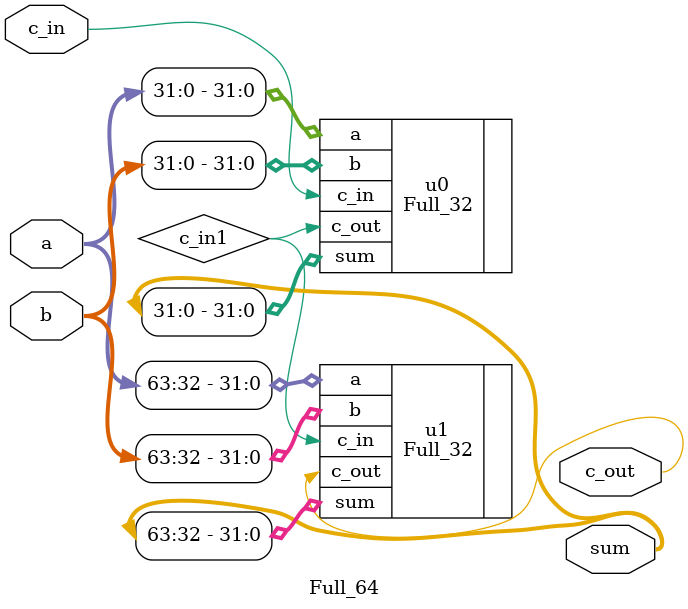
<source format=v>
`timescale 1ns / 1ps


module Full_64(
    output [63:0] sum,
    output c_out,
    input [63:0] a,
    input [63:0] b,
    input c_in
    );
    
    wire c_in1;

    Full_32 u0 (.sum(sum[31:0]), .c_out(c_in1), .a(a[31:0]), .b(b[31:0]), .c_in(c_in));
    Full_32 u1 (.sum(sum[63:32]), .c_out(c_out), .a(a[63:32]), .b(b[63:32]), .c_in(c_in1));
    
endmodule

</source>
